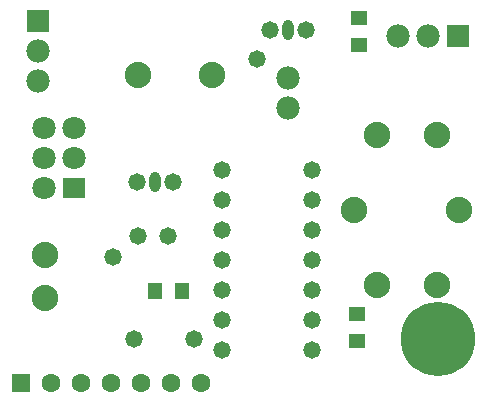
<source format=gts>
G04 Layer_Color=8388736*
%FSLAX25Y25*%
%MOIN*%
G70*
G01*
G75*
%ADD27R,0.05800X0.04700*%
%ADD28R,0.04700X0.05800*%
%ADD29C,0.05800*%
%ADD30O,0.03800X0.06800*%
%ADD31C,0.07800*%
%ADD32C,0.06300*%
%ADD33R,0.06300X0.06300*%
%ADD34C,0.24800*%
%ADD35C,0.08800*%
%ADD36O,0.07800X0.07300*%
%ADD37R,0.07800X0.06800*%
%ADD38R,0.07800X0.07800*%
%ADD39R,0.07800X0.07800*%
D27*
X120000Y-16500D02*
D03*
Y-7500D02*
D03*
X119500Y-115000D02*
D03*
Y-106000D02*
D03*
D28*
X52000Y-98500D02*
D03*
X61000D02*
D03*
D29*
X90500Y-11500D02*
D03*
X102500D02*
D03*
X74500Y-118000D02*
D03*
Y-108000D02*
D03*
X104500D02*
D03*
X74500Y-98000D02*
D03*
Y-88000D02*
D03*
Y-78000D02*
D03*
Y-68000D02*
D03*
Y-58000D02*
D03*
X104500D02*
D03*
Y-68000D02*
D03*
Y-78000D02*
D03*
Y-88000D02*
D03*
Y-98000D02*
D03*
Y-118000D02*
D03*
X56500Y-80000D02*
D03*
X46500D02*
D03*
X65000Y-114500D02*
D03*
X45000D02*
D03*
X58000Y-62000D02*
D03*
X46000D02*
D03*
X38000Y-87000D02*
D03*
X86000Y-21000D02*
D03*
D30*
X96500Y-11500D02*
D03*
X52000Y-62000D02*
D03*
D31*
X96500Y-27500D02*
D03*
Y-37500D02*
D03*
X133000Y-13500D02*
D03*
X143000D02*
D03*
X13000Y-18500D02*
D03*
Y-28500D02*
D03*
D32*
X67500Y-129000D02*
D03*
X57500D02*
D03*
X47500D02*
D03*
X37500D02*
D03*
X27500D02*
D03*
X17500D02*
D03*
D33*
X7500D02*
D03*
D34*
X146500Y-114500D02*
D03*
D35*
X146000Y-46500D02*
D03*
X126000D02*
D03*
X146000Y-96500D02*
D03*
X126000D02*
D03*
X118500Y-71500D02*
D03*
X153500D02*
D03*
X15500Y-100600D02*
D03*
Y-86500D02*
D03*
X71000Y-26500D02*
D03*
X46500D02*
D03*
D36*
X25000Y-44000D02*
D03*
Y-54000D02*
D03*
X15000Y-44000D02*
D03*
Y-54000D02*
D03*
Y-64000D02*
D03*
D37*
X25000D02*
D03*
D38*
X153000Y-13500D02*
D03*
D39*
X13000Y-8500D02*
D03*
M02*

</source>
